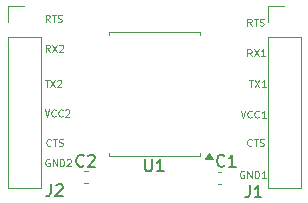
<source format=gbr>
%TF.GenerationSoftware,KiCad,Pcbnew,9.0.6-9.0.6~ubuntu22.04.1*%
%TF.CreationDate,2026-02-12T12:00:21+09:00*%
%TF.ProjectId,usb_typec_serial_insulation_adum1412,7573625f-7479-4706-9563-5f7365726961,V1.0*%
%TF.SameCoordinates,Original*%
%TF.FileFunction,Legend,Top*%
%TF.FilePolarity,Positive*%
%FSLAX46Y46*%
G04 Gerber Fmt 4.6, Leading zero omitted, Abs format (unit mm)*
G04 Created by KiCad (PCBNEW 9.0.6-9.0.6~ubuntu22.04.1) date 2026-02-12 12:00:21*
%MOMM*%
%LPD*%
G01*
G04 APERTURE LIST*
%ADD10C,0.075000*%
%ADD11C,0.150000*%
%ADD12C,0.120000*%
G04 APERTURE END LIST*
D10*
X132206484Y-98322671D02*
X132406484Y-98922671D01*
X132406484Y-98922671D02*
X132606484Y-98322671D01*
X133149342Y-98865528D02*
X133120770Y-98894100D01*
X133120770Y-98894100D02*
X133035056Y-98922671D01*
X133035056Y-98922671D02*
X132977913Y-98922671D01*
X132977913Y-98922671D02*
X132892199Y-98894100D01*
X132892199Y-98894100D02*
X132835056Y-98836957D01*
X132835056Y-98836957D02*
X132806485Y-98779814D01*
X132806485Y-98779814D02*
X132777913Y-98665528D01*
X132777913Y-98665528D02*
X132777913Y-98579814D01*
X132777913Y-98579814D02*
X132806485Y-98465528D01*
X132806485Y-98465528D02*
X132835056Y-98408385D01*
X132835056Y-98408385D02*
X132892199Y-98351242D01*
X132892199Y-98351242D02*
X132977913Y-98322671D01*
X132977913Y-98322671D02*
X133035056Y-98322671D01*
X133035056Y-98322671D02*
X133120770Y-98351242D01*
X133120770Y-98351242D02*
X133149342Y-98379814D01*
X133749342Y-98865528D02*
X133720770Y-98894100D01*
X133720770Y-98894100D02*
X133635056Y-98922671D01*
X133635056Y-98922671D02*
X133577913Y-98922671D01*
X133577913Y-98922671D02*
X133492199Y-98894100D01*
X133492199Y-98894100D02*
X133435056Y-98836957D01*
X133435056Y-98836957D02*
X133406485Y-98779814D01*
X133406485Y-98779814D02*
X133377913Y-98665528D01*
X133377913Y-98665528D02*
X133377913Y-98579814D01*
X133377913Y-98579814D02*
X133406485Y-98465528D01*
X133406485Y-98465528D02*
X133435056Y-98408385D01*
X133435056Y-98408385D02*
X133492199Y-98351242D01*
X133492199Y-98351242D02*
X133577913Y-98322671D01*
X133577913Y-98322671D02*
X133635056Y-98322671D01*
X133635056Y-98322671D02*
X133720770Y-98351242D01*
X133720770Y-98351242D02*
X133749342Y-98379814D01*
X133977913Y-98379814D02*
X134006485Y-98351242D01*
X134006485Y-98351242D02*
X134063628Y-98322671D01*
X134063628Y-98322671D02*
X134206485Y-98322671D01*
X134206485Y-98322671D02*
X134263628Y-98351242D01*
X134263628Y-98351242D02*
X134292199Y-98379814D01*
X134292199Y-98379814D02*
X134320770Y-98436957D01*
X134320770Y-98436957D02*
X134320770Y-98494100D01*
X134320770Y-98494100D02*
X134292199Y-98579814D01*
X134292199Y-98579814D02*
X133949342Y-98922671D01*
X133949342Y-98922671D02*
X134320770Y-98922671D01*
X132606484Y-102551242D02*
X132549342Y-102522671D01*
X132549342Y-102522671D02*
X132463627Y-102522671D01*
X132463627Y-102522671D02*
X132377913Y-102551242D01*
X132377913Y-102551242D02*
X132320770Y-102608385D01*
X132320770Y-102608385D02*
X132292199Y-102665528D01*
X132292199Y-102665528D02*
X132263627Y-102779814D01*
X132263627Y-102779814D02*
X132263627Y-102865528D01*
X132263627Y-102865528D02*
X132292199Y-102979814D01*
X132292199Y-102979814D02*
X132320770Y-103036957D01*
X132320770Y-103036957D02*
X132377913Y-103094100D01*
X132377913Y-103094100D02*
X132463627Y-103122671D01*
X132463627Y-103122671D02*
X132520770Y-103122671D01*
X132520770Y-103122671D02*
X132606484Y-103094100D01*
X132606484Y-103094100D02*
X132635056Y-103065528D01*
X132635056Y-103065528D02*
X132635056Y-102865528D01*
X132635056Y-102865528D02*
X132520770Y-102865528D01*
X132892199Y-103122671D02*
X132892199Y-102522671D01*
X132892199Y-102522671D02*
X133235056Y-103122671D01*
X133235056Y-103122671D02*
X133235056Y-102522671D01*
X133520770Y-103122671D02*
X133520770Y-102522671D01*
X133520770Y-102522671D02*
X133663627Y-102522671D01*
X133663627Y-102522671D02*
X133749341Y-102551242D01*
X133749341Y-102551242D02*
X133806484Y-102608385D01*
X133806484Y-102608385D02*
X133835055Y-102665528D01*
X133835055Y-102665528D02*
X133863627Y-102779814D01*
X133863627Y-102779814D02*
X133863627Y-102865528D01*
X133863627Y-102865528D02*
X133835055Y-102979814D01*
X133835055Y-102979814D02*
X133806484Y-103036957D01*
X133806484Y-103036957D02*
X133749341Y-103094100D01*
X133749341Y-103094100D02*
X133663627Y-103122671D01*
X133663627Y-103122671D02*
X133520770Y-103122671D01*
X134092198Y-102579814D02*
X134120770Y-102551242D01*
X134120770Y-102551242D02*
X134177913Y-102522671D01*
X134177913Y-102522671D02*
X134320770Y-102522671D01*
X134320770Y-102522671D02*
X134377913Y-102551242D01*
X134377913Y-102551242D02*
X134406484Y-102579814D01*
X134406484Y-102579814D02*
X134435055Y-102636957D01*
X134435055Y-102636957D02*
X134435055Y-102694100D01*
X134435055Y-102694100D02*
X134406484Y-102779814D01*
X134406484Y-102779814D02*
X134063627Y-103122671D01*
X134063627Y-103122671D02*
X134435055Y-103122671D01*
X132635056Y-93422671D02*
X132435056Y-93136957D01*
X132292199Y-93422671D02*
X132292199Y-92822671D01*
X132292199Y-92822671D02*
X132520770Y-92822671D01*
X132520770Y-92822671D02*
X132577913Y-92851242D01*
X132577913Y-92851242D02*
X132606484Y-92879814D01*
X132606484Y-92879814D02*
X132635056Y-92936957D01*
X132635056Y-92936957D02*
X132635056Y-93022671D01*
X132635056Y-93022671D02*
X132606484Y-93079814D01*
X132606484Y-93079814D02*
X132577913Y-93108385D01*
X132577913Y-93108385D02*
X132520770Y-93136957D01*
X132520770Y-93136957D02*
X132292199Y-93136957D01*
X132835056Y-92822671D02*
X133235056Y-93422671D01*
X133235056Y-92822671D02*
X132835056Y-93422671D01*
X133435056Y-92879814D02*
X133463628Y-92851242D01*
X133463628Y-92851242D02*
X133520771Y-92822671D01*
X133520771Y-92822671D02*
X133663628Y-92822671D01*
X133663628Y-92822671D02*
X133720771Y-92851242D01*
X133720771Y-92851242D02*
X133749342Y-92879814D01*
X133749342Y-92879814D02*
X133777913Y-92936957D01*
X133777913Y-92936957D02*
X133777913Y-92994100D01*
X133777913Y-92994100D02*
X133749342Y-93079814D01*
X133749342Y-93079814D02*
X133406485Y-93422671D01*
X133406485Y-93422671D02*
X133777913Y-93422671D01*
X132206484Y-95822671D02*
X132549342Y-95822671D01*
X132377913Y-96422671D02*
X132377913Y-95822671D01*
X132692199Y-95822671D02*
X133092199Y-96422671D01*
X133092199Y-95822671D02*
X132692199Y-96422671D01*
X133292199Y-95879814D02*
X133320771Y-95851242D01*
X133320771Y-95851242D02*
X133377914Y-95822671D01*
X133377914Y-95822671D02*
X133520771Y-95822671D01*
X133520771Y-95822671D02*
X133577914Y-95851242D01*
X133577914Y-95851242D02*
X133606485Y-95879814D01*
X133606485Y-95879814D02*
X133635056Y-95936957D01*
X133635056Y-95936957D02*
X133635056Y-95994100D01*
X133635056Y-95994100D02*
X133606485Y-96079814D01*
X133606485Y-96079814D02*
X133263628Y-96422671D01*
X133263628Y-96422671D02*
X133635056Y-96422671D01*
X149106484Y-103551242D02*
X149049342Y-103522671D01*
X149049342Y-103522671D02*
X148963627Y-103522671D01*
X148963627Y-103522671D02*
X148877913Y-103551242D01*
X148877913Y-103551242D02*
X148820770Y-103608385D01*
X148820770Y-103608385D02*
X148792199Y-103665528D01*
X148792199Y-103665528D02*
X148763627Y-103779814D01*
X148763627Y-103779814D02*
X148763627Y-103865528D01*
X148763627Y-103865528D02*
X148792199Y-103979814D01*
X148792199Y-103979814D02*
X148820770Y-104036957D01*
X148820770Y-104036957D02*
X148877913Y-104094100D01*
X148877913Y-104094100D02*
X148963627Y-104122671D01*
X148963627Y-104122671D02*
X149020770Y-104122671D01*
X149020770Y-104122671D02*
X149106484Y-104094100D01*
X149106484Y-104094100D02*
X149135056Y-104065528D01*
X149135056Y-104065528D02*
X149135056Y-103865528D01*
X149135056Y-103865528D02*
X149020770Y-103865528D01*
X149392199Y-104122671D02*
X149392199Y-103522671D01*
X149392199Y-103522671D02*
X149735056Y-104122671D01*
X149735056Y-104122671D02*
X149735056Y-103522671D01*
X150020770Y-104122671D02*
X150020770Y-103522671D01*
X150020770Y-103522671D02*
X150163627Y-103522671D01*
X150163627Y-103522671D02*
X150249341Y-103551242D01*
X150249341Y-103551242D02*
X150306484Y-103608385D01*
X150306484Y-103608385D02*
X150335055Y-103665528D01*
X150335055Y-103665528D02*
X150363627Y-103779814D01*
X150363627Y-103779814D02*
X150363627Y-103865528D01*
X150363627Y-103865528D02*
X150335055Y-103979814D01*
X150335055Y-103979814D02*
X150306484Y-104036957D01*
X150306484Y-104036957D02*
X150249341Y-104094100D01*
X150249341Y-104094100D02*
X150163627Y-104122671D01*
X150163627Y-104122671D02*
X150020770Y-104122671D01*
X150935055Y-104122671D02*
X150592198Y-104122671D01*
X150763627Y-104122671D02*
X150763627Y-103522671D01*
X150763627Y-103522671D02*
X150706484Y-103608385D01*
X150706484Y-103608385D02*
X150649341Y-103665528D01*
X150649341Y-103665528D02*
X150592198Y-103694100D01*
X148806484Y-98422671D02*
X149006484Y-99022671D01*
X149006484Y-99022671D02*
X149206484Y-98422671D01*
X149749342Y-98965528D02*
X149720770Y-98994100D01*
X149720770Y-98994100D02*
X149635056Y-99022671D01*
X149635056Y-99022671D02*
X149577913Y-99022671D01*
X149577913Y-99022671D02*
X149492199Y-98994100D01*
X149492199Y-98994100D02*
X149435056Y-98936957D01*
X149435056Y-98936957D02*
X149406485Y-98879814D01*
X149406485Y-98879814D02*
X149377913Y-98765528D01*
X149377913Y-98765528D02*
X149377913Y-98679814D01*
X149377913Y-98679814D02*
X149406485Y-98565528D01*
X149406485Y-98565528D02*
X149435056Y-98508385D01*
X149435056Y-98508385D02*
X149492199Y-98451242D01*
X149492199Y-98451242D02*
X149577913Y-98422671D01*
X149577913Y-98422671D02*
X149635056Y-98422671D01*
X149635056Y-98422671D02*
X149720770Y-98451242D01*
X149720770Y-98451242D02*
X149749342Y-98479814D01*
X150349342Y-98965528D02*
X150320770Y-98994100D01*
X150320770Y-98994100D02*
X150235056Y-99022671D01*
X150235056Y-99022671D02*
X150177913Y-99022671D01*
X150177913Y-99022671D02*
X150092199Y-98994100D01*
X150092199Y-98994100D02*
X150035056Y-98936957D01*
X150035056Y-98936957D02*
X150006485Y-98879814D01*
X150006485Y-98879814D02*
X149977913Y-98765528D01*
X149977913Y-98765528D02*
X149977913Y-98679814D01*
X149977913Y-98679814D02*
X150006485Y-98565528D01*
X150006485Y-98565528D02*
X150035056Y-98508385D01*
X150035056Y-98508385D02*
X150092199Y-98451242D01*
X150092199Y-98451242D02*
X150177913Y-98422671D01*
X150177913Y-98422671D02*
X150235056Y-98422671D01*
X150235056Y-98422671D02*
X150320770Y-98451242D01*
X150320770Y-98451242D02*
X150349342Y-98479814D01*
X150920770Y-99022671D02*
X150577913Y-99022671D01*
X150749342Y-99022671D02*
X150749342Y-98422671D01*
X150749342Y-98422671D02*
X150692199Y-98508385D01*
X150692199Y-98508385D02*
X150635056Y-98565528D01*
X150635056Y-98565528D02*
X150577913Y-98594100D01*
X149506484Y-95822671D02*
X149849342Y-95822671D01*
X149677913Y-96422671D02*
X149677913Y-95822671D01*
X149992199Y-95822671D02*
X150392199Y-96422671D01*
X150392199Y-95822671D02*
X149992199Y-96422671D01*
X150935056Y-96422671D02*
X150592199Y-96422671D01*
X150763628Y-96422671D02*
X150763628Y-95822671D01*
X150763628Y-95822671D02*
X150706485Y-95908385D01*
X150706485Y-95908385D02*
X150649342Y-95965528D01*
X150649342Y-95965528D02*
X150592199Y-95994100D01*
X132635056Y-90922671D02*
X132435056Y-90636957D01*
X132292199Y-90922671D02*
X132292199Y-90322671D01*
X132292199Y-90322671D02*
X132520770Y-90322671D01*
X132520770Y-90322671D02*
X132577913Y-90351242D01*
X132577913Y-90351242D02*
X132606484Y-90379814D01*
X132606484Y-90379814D02*
X132635056Y-90436957D01*
X132635056Y-90436957D02*
X132635056Y-90522671D01*
X132635056Y-90522671D02*
X132606484Y-90579814D01*
X132606484Y-90579814D02*
X132577913Y-90608385D01*
X132577913Y-90608385D02*
X132520770Y-90636957D01*
X132520770Y-90636957D02*
X132292199Y-90636957D01*
X132806484Y-90322671D02*
X133149342Y-90322671D01*
X132977913Y-90922671D02*
X132977913Y-90322671D01*
X133320770Y-90894100D02*
X133406485Y-90922671D01*
X133406485Y-90922671D02*
X133549342Y-90922671D01*
X133549342Y-90922671D02*
X133606485Y-90894100D01*
X133606485Y-90894100D02*
X133635056Y-90865528D01*
X133635056Y-90865528D02*
X133663627Y-90808385D01*
X133663627Y-90808385D02*
X133663627Y-90751242D01*
X133663627Y-90751242D02*
X133635056Y-90694100D01*
X133635056Y-90694100D02*
X133606485Y-90665528D01*
X133606485Y-90665528D02*
X133549342Y-90636957D01*
X133549342Y-90636957D02*
X133435056Y-90608385D01*
X133435056Y-90608385D02*
X133377913Y-90579814D01*
X133377913Y-90579814D02*
X133349342Y-90551242D01*
X133349342Y-90551242D02*
X133320770Y-90494100D01*
X133320770Y-90494100D02*
X133320770Y-90436957D01*
X133320770Y-90436957D02*
X133349342Y-90379814D01*
X133349342Y-90379814D02*
X133377913Y-90351242D01*
X133377913Y-90351242D02*
X133435056Y-90322671D01*
X133435056Y-90322671D02*
X133577913Y-90322671D01*
X133577913Y-90322671D02*
X133663627Y-90351242D01*
X149735056Y-93822671D02*
X149535056Y-93536957D01*
X149392199Y-93822671D02*
X149392199Y-93222671D01*
X149392199Y-93222671D02*
X149620770Y-93222671D01*
X149620770Y-93222671D02*
X149677913Y-93251242D01*
X149677913Y-93251242D02*
X149706484Y-93279814D01*
X149706484Y-93279814D02*
X149735056Y-93336957D01*
X149735056Y-93336957D02*
X149735056Y-93422671D01*
X149735056Y-93422671D02*
X149706484Y-93479814D01*
X149706484Y-93479814D02*
X149677913Y-93508385D01*
X149677913Y-93508385D02*
X149620770Y-93536957D01*
X149620770Y-93536957D02*
X149392199Y-93536957D01*
X149935056Y-93222671D02*
X150335056Y-93822671D01*
X150335056Y-93222671D02*
X149935056Y-93822671D01*
X150877913Y-93822671D02*
X150535056Y-93822671D01*
X150706485Y-93822671D02*
X150706485Y-93222671D01*
X150706485Y-93222671D02*
X150649342Y-93308385D01*
X150649342Y-93308385D02*
X150592199Y-93365528D01*
X150592199Y-93365528D02*
X150535056Y-93394100D01*
X132735056Y-101365528D02*
X132706484Y-101394100D01*
X132706484Y-101394100D02*
X132620770Y-101422671D01*
X132620770Y-101422671D02*
X132563627Y-101422671D01*
X132563627Y-101422671D02*
X132477913Y-101394100D01*
X132477913Y-101394100D02*
X132420770Y-101336957D01*
X132420770Y-101336957D02*
X132392199Y-101279814D01*
X132392199Y-101279814D02*
X132363627Y-101165528D01*
X132363627Y-101165528D02*
X132363627Y-101079814D01*
X132363627Y-101079814D02*
X132392199Y-100965528D01*
X132392199Y-100965528D02*
X132420770Y-100908385D01*
X132420770Y-100908385D02*
X132477913Y-100851242D01*
X132477913Y-100851242D02*
X132563627Y-100822671D01*
X132563627Y-100822671D02*
X132620770Y-100822671D01*
X132620770Y-100822671D02*
X132706484Y-100851242D01*
X132706484Y-100851242D02*
X132735056Y-100879814D01*
X132906484Y-100822671D02*
X133249342Y-100822671D01*
X133077913Y-101422671D02*
X133077913Y-100822671D01*
X133420770Y-101394100D02*
X133506485Y-101422671D01*
X133506485Y-101422671D02*
X133649342Y-101422671D01*
X133649342Y-101422671D02*
X133706485Y-101394100D01*
X133706485Y-101394100D02*
X133735056Y-101365528D01*
X133735056Y-101365528D02*
X133763627Y-101308385D01*
X133763627Y-101308385D02*
X133763627Y-101251242D01*
X133763627Y-101251242D02*
X133735056Y-101194100D01*
X133735056Y-101194100D02*
X133706485Y-101165528D01*
X133706485Y-101165528D02*
X133649342Y-101136957D01*
X133649342Y-101136957D02*
X133535056Y-101108385D01*
X133535056Y-101108385D02*
X133477913Y-101079814D01*
X133477913Y-101079814D02*
X133449342Y-101051242D01*
X133449342Y-101051242D02*
X133420770Y-100994100D01*
X133420770Y-100994100D02*
X133420770Y-100936957D01*
X133420770Y-100936957D02*
X133449342Y-100879814D01*
X133449342Y-100879814D02*
X133477913Y-100851242D01*
X133477913Y-100851242D02*
X133535056Y-100822671D01*
X133535056Y-100822671D02*
X133677913Y-100822671D01*
X133677913Y-100822671D02*
X133763627Y-100851242D01*
X149735056Y-91222671D02*
X149535056Y-90936957D01*
X149392199Y-91222671D02*
X149392199Y-90622671D01*
X149392199Y-90622671D02*
X149620770Y-90622671D01*
X149620770Y-90622671D02*
X149677913Y-90651242D01*
X149677913Y-90651242D02*
X149706484Y-90679814D01*
X149706484Y-90679814D02*
X149735056Y-90736957D01*
X149735056Y-90736957D02*
X149735056Y-90822671D01*
X149735056Y-90822671D02*
X149706484Y-90879814D01*
X149706484Y-90879814D02*
X149677913Y-90908385D01*
X149677913Y-90908385D02*
X149620770Y-90936957D01*
X149620770Y-90936957D02*
X149392199Y-90936957D01*
X149906484Y-90622671D02*
X150249342Y-90622671D01*
X150077913Y-91222671D02*
X150077913Y-90622671D01*
X150420770Y-91194100D02*
X150506485Y-91222671D01*
X150506485Y-91222671D02*
X150649342Y-91222671D01*
X150649342Y-91222671D02*
X150706485Y-91194100D01*
X150706485Y-91194100D02*
X150735056Y-91165528D01*
X150735056Y-91165528D02*
X150763627Y-91108385D01*
X150763627Y-91108385D02*
X150763627Y-91051242D01*
X150763627Y-91051242D02*
X150735056Y-90994100D01*
X150735056Y-90994100D02*
X150706485Y-90965528D01*
X150706485Y-90965528D02*
X150649342Y-90936957D01*
X150649342Y-90936957D02*
X150535056Y-90908385D01*
X150535056Y-90908385D02*
X150477913Y-90879814D01*
X150477913Y-90879814D02*
X150449342Y-90851242D01*
X150449342Y-90851242D02*
X150420770Y-90794100D01*
X150420770Y-90794100D02*
X150420770Y-90736957D01*
X150420770Y-90736957D02*
X150449342Y-90679814D01*
X150449342Y-90679814D02*
X150477913Y-90651242D01*
X150477913Y-90651242D02*
X150535056Y-90622671D01*
X150535056Y-90622671D02*
X150677913Y-90622671D01*
X150677913Y-90622671D02*
X150763627Y-90651242D01*
X149735056Y-101365528D02*
X149706484Y-101394100D01*
X149706484Y-101394100D02*
X149620770Y-101422671D01*
X149620770Y-101422671D02*
X149563627Y-101422671D01*
X149563627Y-101422671D02*
X149477913Y-101394100D01*
X149477913Y-101394100D02*
X149420770Y-101336957D01*
X149420770Y-101336957D02*
X149392199Y-101279814D01*
X149392199Y-101279814D02*
X149363627Y-101165528D01*
X149363627Y-101165528D02*
X149363627Y-101079814D01*
X149363627Y-101079814D02*
X149392199Y-100965528D01*
X149392199Y-100965528D02*
X149420770Y-100908385D01*
X149420770Y-100908385D02*
X149477913Y-100851242D01*
X149477913Y-100851242D02*
X149563627Y-100822671D01*
X149563627Y-100822671D02*
X149620770Y-100822671D01*
X149620770Y-100822671D02*
X149706484Y-100851242D01*
X149706484Y-100851242D02*
X149735056Y-100879814D01*
X149906484Y-100822671D02*
X150249342Y-100822671D01*
X150077913Y-101422671D02*
X150077913Y-100822671D01*
X150420770Y-101394100D02*
X150506485Y-101422671D01*
X150506485Y-101422671D02*
X150649342Y-101422671D01*
X150649342Y-101422671D02*
X150706485Y-101394100D01*
X150706485Y-101394100D02*
X150735056Y-101365528D01*
X150735056Y-101365528D02*
X150763627Y-101308385D01*
X150763627Y-101308385D02*
X150763627Y-101251242D01*
X150763627Y-101251242D02*
X150735056Y-101194100D01*
X150735056Y-101194100D02*
X150706485Y-101165528D01*
X150706485Y-101165528D02*
X150649342Y-101136957D01*
X150649342Y-101136957D02*
X150535056Y-101108385D01*
X150535056Y-101108385D02*
X150477913Y-101079814D01*
X150477913Y-101079814D02*
X150449342Y-101051242D01*
X150449342Y-101051242D02*
X150420770Y-100994100D01*
X150420770Y-100994100D02*
X150420770Y-100936957D01*
X150420770Y-100936957D02*
X150449342Y-100879814D01*
X150449342Y-100879814D02*
X150477913Y-100851242D01*
X150477913Y-100851242D02*
X150535056Y-100822671D01*
X150535056Y-100822671D02*
X150677913Y-100822671D01*
X150677913Y-100822671D02*
X150763627Y-100851242D01*
D11*
X135533333Y-103059580D02*
X135485714Y-103107200D01*
X135485714Y-103107200D02*
X135342857Y-103154819D01*
X135342857Y-103154819D02*
X135247619Y-103154819D01*
X135247619Y-103154819D02*
X135104762Y-103107200D01*
X135104762Y-103107200D02*
X135009524Y-103011961D01*
X135009524Y-103011961D02*
X134961905Y-102916723D01*
X134961905Y-102916723D02*
X134914286Y-102726247D01*
X134914286Y-102726247D02*
X134914286Y-102583390D01*
X134914286Y-102583390D02*
X134961905Y-102392914D01*
X134961905Y-102392914D02*
X135009524Y-102297676D01*
X135009524Y-102297676D02*
X135104762Y-102202438D01*
X135104762Y-102202438D02*
X135247619Y-102154819D01*
X135247619Y-102154819D02*
X135342857Y-102154819D01*
X135342857Y-102154819D02*
X135485714Y-102202438D01*
X135485714Y-102202438D02*
X135533333Y-102250057D01*
X135914286Y-102250057D02*
X135961905Y-102202438D01*
X135961905Y-102202438D02*
X136057143Y-102154819D01*
X136057143Y-102154819D02*
X136295238Y-102154819D01*
X136295238Y-102154819D02*
X136390476Y-102202438D01*
X136390476Y-102202438D02*
X136438095Y-102250057D01*
X136438095Y-102250057D02*
X136485714Y-102345295D01*
X136485714Y-102345295D02*
X136485714Y-102440533D01*
X136485714Y-102440533D02*
X136438095Y-102583390D01*
X136438095Y-102583390D02*
X135866667Y-103154819D01*
X135866667Y-103154819D02*
X136485714Y-103154819D01*
X147433333Y-103059580D02*
X147385714Y-103107200D01*
X147385714Y-103107200D02*
X147242857Y-103154819D01*
X147242857Y-103154819D02*
X147147619Y-103154819D01*
X147147619Y-103154819D02*
X147004762Y-103107200D01*
X147004762Y-103107200D02*
X146909524Y-103011961D01*
X146909524Y-103011961D02*
X146861905Y-102916723D01*
X146861905Y-102916723D02*
X146814286Y-102726247D01*
X146814286Y-102726247D02*
X146814286Y-102583390D01*
X146814286Y-102583390D02*
X146861905Y-102392914D01*
X146861905Y-102392914D02*
X146909524Y-102297676D01*
X146909524Y-102297676D02*
X147004762Y-102202438D01*
X147004762Y-102202438D02*
X147147619Y-102154819D01*
X147147619Y-102154819D02*
X147242857Y-102154819D01*
X147242857Y-102154819D02*
X147385714Y-102202438D01*
X147385714Y-102202438D02*
X147433333Y-102250057D01*
X148385714Y-103154819D02*
X147814286Y-103154819D01*
X148100000Y-103154819D02*
X148100000Y-102154819D01*
X148100000Y-102154819D02*
X148004762Y-102297676D01*
X148004762Y-102297676D02*
X147909524Y-102392914D01*
X147909524Y-102392914D02*
X147814286Y-102440533D01*
X140738095Y-102554819D02*
X140738095Y-103364342D01*
X140738095Y-103364342D02*
X140785714Y-103459580D01*
X140785714Y-103459580D02*
X140833333Y-103507200D01*
X140833333Y-103507200D02*
X140928571Y-103554819D01*
X140928571Y-103554819D02*
X141119047Y-103554819D01*
X141119047Y-103554819D02*
X141214285Y-103507200D01*
X141214285Y-103507200D02*
X141261904Y-103459580D01*
X141261904Y-103459580D02*
X141309523Y-103364342D01*
X141309523Y-103364342D02*
X141309523Y-102554819D01*
X142309523Y-103554819D02*
X141738095Y-103554819D01*
X142023809Y-103554819D02*
X142023809Y-102554819D01*
X142023809Y-102554819D02*
X141928571Y-102697676D01*
X141928571Y-102697676D02*
X141833333Y-102792914D01*
X141833333Y-102792914D02*
X141738095Y-102840533D01*
X132751666Y-104654819D02*
X132751666Y-105369104D01*
X132751666Y-105369104D02*
X132704047Y-105511961D01*
X132704047Y-105511961D02*
X132608809Y-105607200D01*
X132608809Y-105607200D02*
X132465952Y-105654819D01*
X132465952Y-105654819D02*
X132370714Y-105654819D01*
X133180238Y-104750057D02*
X133227857Y-104702438D01*
X133227857Y-104702438D02*
X133323095Y-104654819D01*
X133323095Y-104654819D02*
X133561190Y-104654819D01*
X133561190Y-104654819D02*
X133656428Y-104702438D01*
X133656428Y-104702438D02*
X133704047Y-104750057D01*
X133704047Y-104750057D02*
X133751666Y-104845295D01*
X133751666Y-104845295D02*
X133751666Y-104940533D01*
X133751666Y-104940533D02*
X133704047Y-105083390D01*
X133704047Y-105083390D02*
X133132619Y-105654819D01*
X133132619Y-105654819D02*
X133751666Y-105654819D01*
X149566666Y-104754819D02*
X149566666Y-105469104D01*
X149566666Y-105469104D02*
X149519047Y-105611961D01*
X149519047Y-105611961D02*
X149423809Y-105707200D01*
X149423809Y-105707200D02*
X149280952Y-105754819D01*
X149280952Y-105754819D02*
X149185714Y-105754819D01*
X150566666Y-105754819D02*
X149995238Y-105754819D01*
X150280952Y-105754819D02*
X150280952Y-104754819D01*
X150280952Y-104754819D02*
X150185714Y-104897676D01*
X150185714Y-104897676D02*
X150090476Y-104992914D01*
X150090476Y-104992914D02*
X149995238Y-105040533D01*
D12*
%TO.C,C2*%
X135846267Y-103490000D02*
X135553733Y-103490000D01*
X135846267Y-104510000D02*
X135553733Y-104510000D01*
%TO.C,C1*%
X146853733Y-103590000D02*
X147146267Y-103590000D01*
X146853733Y-104610000D02*
X147146267Y-104610000D01*
%TO.C,U1*%
X145360000Y-102260000D02*
X137640000Y-102260000D01*
X145360000Y-102005000D02*
X145360000Y-102260000D01*
X145360000Y-91740000D02*
X145360000Y-91995000D01*
X137640000Y-102260000D02*
X137640000Y-102005000D01*
X137640000Y-91995000D02*
X137640000Y-91740000D01*
X137640000Y-91740000D02*
X145360000Y-91740000D01*
X146490000Y-102480000D02*
X145810000Y-102480000D01*
X146150000Y-102010000D01*
X146490000Y-102480000D01*
G36*
X146490000Y-102480000D02*
G01*
X145810000Y-102480000D01*
X146150000Y-102010000D01*
X146490000Y-102480000D01*
G37*
%TO.C,J2*%
X129120000Y-89540000D02*
X130500000Y-89540000D01*
X129120000Y-90920000D02*
X129120000Y-89540000D01*
X129120000Y-92190000D02*
X129120000Y-105000000D01*
X129120000Y-92190000D02*
X131880000Y-92190000D01*
X129120000Y-105000000D02*
X131880000Y-105000000D01*
X131880000Y-92190000D02*
X131880000Y-105000000D01*
%TO.C,J1*%
X151120000Y-89540000D02*
X152500000Y-89540000D01*
X151120000Y-90920000D02*
X151120000Y-89540000D01*
X151120000Y-92190000D02*
X151120000Y-105000000D01*
X151120000Y-92190000D02*
X153880000Y-92190000D01*
X151120000Y-105000000D02*
X153880000Y-105000000D01*
X153880000Y-92190000D02*
X153880000Y-105000000D01*
%TD*%
M02*

</source>
